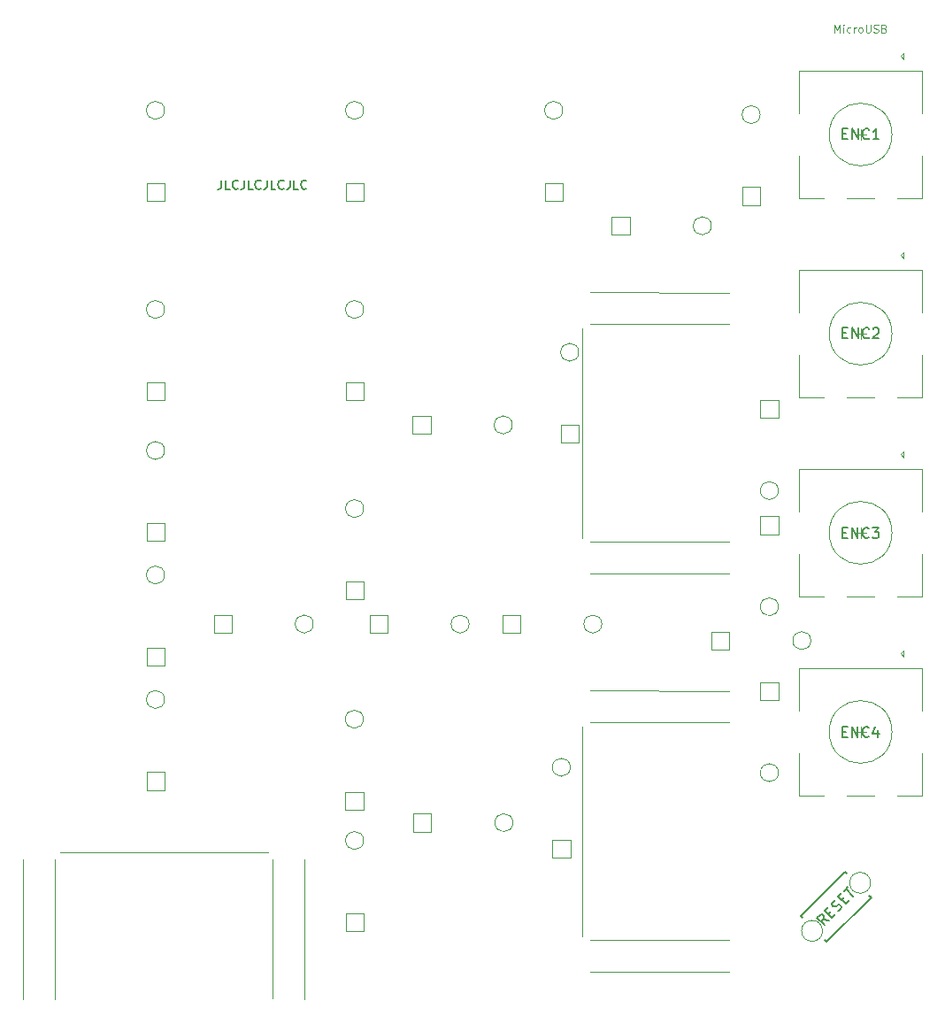
<source format=gto>
%TF.GenerationSoftware,KiCad,Pcbnew,(5.99.0-12610-g07e01e6297)*%
%TF.CreationDate,2021-10-01T22:53:11+01:00*%
%TF.ProjectId,Envoy,456e766f-792e-46b6-9963-61645f706362,rev?*%
%TF.SameCoordinates,Original*%
%TF.FileFunction,Legend,Top*%
%TF.FilePolarity,Positive*%
%FSLAX46Y46*%
G04 Gerber Fmt 4.6, Leading zero omitted, Abs format (unit mm)*
G04 Created by KiCad (PCBNEW (5.99.0-12610-g07e01e6297)) date 2021-10-01 22:53:11*
%MOMM*%
%LPD*%
G01*
G04 APERTURE LIST*
%ADD10C,0.150000*%
%ADD11C,0.120000*%
G04 APERTURE END LIST*
D10*
X124573809Y-59134523D02*
X124573809Y-59741666D01*
X124533333Y-59863095D01*
X124452380Y-59944047D01*
X124330952Y-59984523D01*
X124250000Y-59984523D01*
X125383333Y-59984523D02*
X124978571Y-59984523D01*
X124978571Y-59134523D01*
X126152380Y-59903571D02*
X126111904Y-59944047D01*
X125990476Y-59984523D01*
X125909523Y-59984523D01*
X125788095Y-59944047D01*
X125707142Y-59863095D01*
X125666666Y-59782142D01*
X125626190Y-59620238D01*
X125626190Y-59498809D01*
X125666666Y-59336904D01*
X125707142Y-59255952D01*
X125788095Y-59175000D01*
X125909523Y-59134523D01*
X125990476Y-59134523D01*
X126111904Y-59175000D01*
X126152380Y-59215476D01*
X126759523Y-59134523D02*
X126759523Y-59741666D01*
X126719047Y-59863095D01*
X126638095Y-59944047D01*
X126516666Y-59984523D01*
X126435714Y-59984523D01*
X127569047Y-59984523D02*
X127164285Y-59984523D01*
X127164285Y-59134523D01*
X128338095Y-59903571D02*
X128297619Y-59944047D01*
X128176190Y-59984523D01*
X128095238Y-59984523D01*
X127973809Y-59944047D01*
X127892857Y-59863095D01*
X127852380Y-59782142D01*
X127811904Y-59620238D01*
X127811904Y-59498809D01*
X127852380Y-59336904D01*
X127892857Y-59255952D01*
X127973809Y-59175000D01*
X128095238Y-59134523D01*
X128176190Y-59134523D01*
X128297619Y-59175000D01*
X128338095Y-59215476D01*
X128945238Y-59134523D02*
X128945238Y-59741666D01*
X128904761Y-59863095D01*
X128823809Y-59944047D01*
X128702380Y-59984523D01*
X128621428Y-59984523D01*
X129754761Y-59984523D02*
X129350000Y-59984523D01*
X129350000Y-59134523D01*
X130523809Y-59903571D02*
X130483333Y-59944047D01*
X130361904Y-59984523D01*
X130280952Y-59984523D01*
X130159523Y-59944047D01*
X130078571Y-59863095D01*
X130038095Y-59782142D01*
X129997619Y-59620238D01*
X129997619Y-59498809D01*
X130038095Y-59336904D01*
X130078571Y-59255952D01*
X130159523Y-59175000D01*
X130280952Y-59134523D01*
X130361904Y-59134523D01*
X130483333Y-59175000D01*
X130523809Y-59215476D01*
X131130952Y-59134523D02*
X131130952Y-59741666D01*
X131090476Y-59863095D01*
X131009523Y-59944047D01*
X130888095Y-59984523D01*
X130807142Y-59984523D01*
X131940476Y-59984523D02*
X131535714Y-59984523D01*
X131535714Y-59134523D01*
X132709523Y-59903571D02*
X132669047Y-59944047D01*
X132547619Y-59984523D01*
X132466666Y-59984523D01*
X132345238Y-59944047D01*
X132264285Y-59863095D01*
X132223809Y-59782142D01*
X132183333Y-59620238D01*
X132183333Y-59498809D01*
X132223809Y-59336904D01*
X132264285Y-59255952D01*
X132345238Y-59175000D01*
X132466666Y-59134523D01*
X132547619Y-59134523D01*
X132669047Y-59175000D01*
X132709523Y-59215476D01*
%TO.C,ENC3*%
X183991464Y-92860821D02*
X184324797Y-92860821D01*
X184467654Y-93384630D02*
X183991464Y-93384630D01*
X183991464Y-92384630D01*
X184467654Y-92384630D01*
X184896226Y-93384630D02*
X184896226Y-92384630D01*
X185467654Y-93384630D01*
X185467654Y-92384630D01*
X186515273Y-93289392D02*
X186467654Y-93337011D01*
X186324797Y-93384630D01*
X186229559Y-93384630D01*
X186086702Y-93337011D01*
X185991464Y-93241773D01*
X185943845Y-93146535D01*
X185896226Y-92956059D01*
X185896226Y-92813202D01*
X185943845Y-92622726D01*
X185991464Y-92527488D01*
X186086702Y-92432250D01*
X186229559Y-92384630D01*
X186324797Y-92384630D01*
X186467654Y-92432250D01*
X186515273Y-92479869D01*
X186848607Y-92384630D02*
X187467654Y-92384630D01*
X187134321Y-92765583D01*
X187277178Y-92765583D01*
X187372416Y-92813202D01*
X187420035Y-92860821D01*
X187467654Y-92956059D01*
X187467654Y-93194154D01*
X187420035Y-93289392D01*
X187372416Y-93337011D01*
X187277178Y-93384630D01*
X186991464Y-93384630D01*
X186896226Y-93337011D01*
X186848607Y-93289392D01*
%TO.C,ENC4*%
X183991464Y-111910821D02*
X184324797Y-111910821D01*
X184467654Y-112434630D02*
X183991464Y-112434630D01*
X183991464Y-111434630D01*
X184467654Y-111434630D01*
X184896226Y-112434630D02*
X184896226Y-111434630D01*
X185467654Y-112434630D01*
X185467654Y-111434630D01*
X186515273Y-112339392D02*
X186467654Y-112387011D01*
X186324797Y-112434630D01*
X186229559Y-112434630D01*
X186086702Y-112387011D01*
X185991464Y-112291773D01*
X185943845Y-112196535D01*
X185896226Y-112006059D01*
X185896226Y-111863202D01*
X185943845Y-111672726D01*
X185991464Y-111577488D01*
X186086702Y-111482250D01*
X186229559Y-111434630D01*
X186324797Y-111434630D01*
X186467654Y-111482250D01*
X186515273Y-111529869D01*
X187372416Y-111767964D02*
X187372416Y-112434630D01*
X187134321Y-111387011D02*
X186896226Y-112101297D01*
X187515273Y-112101297D01*
%TO.C,RESET1*%
X182680893Y-129997870D02*
X182108473Y-129896854D01*
X182276832Y-130401931D02*
X181569725Y-129694824D01*
X181839099Y-129425450D01*
X181940114Y-129391778D01*
X182007458Y-129391778D01*
X182108473Y-129425450D01*
X182209488Y-129526465D01*
X182243160Y-129627480D01*
X182243160Y-129694824D01*
X182209488Y-129795839D01*
X181940114Y-130065213D01*
X182613549Y-129324435D02*
X182849251Y-129088732D01*
X183320656Y-129358106D02*
X182983938Y-129694824D01*
X182276832Y-128987717D01*
X182613549Y-128651000D01*
X183556358Y-129055061D02*
X183691045Y-128987717D01*
X183859404Y-128819358D01*
X183893076Y-128718343D01*
X183893076Y-128651000D01*
X183859404Y-128549984D01*
X183792061Y-128482641D01*
X183691045Y-128448969D01*
X183623702Y-128448969D01*
X183522687Y-128482641D01*
X183354328Y-128583656D01*
X183253312Y-128617328D01*
X183185969Y-128617328D01*
X183084954Y-128583656D01*
X183017610Y-128516312D01*
X182983938Y-128415297D01*
X182983938Y-128347954D01*
X183017610Y-128246938D01*
X183185969Y-128078580D01*
X183320656Y-128011236D01*
X183926748Y-128011236D02*
X184162450Y-127775534D01*
X184633854Y-128044908D02*
X184297137Y-128381625D01*
X183590030Y-127674519D01*
X183926748Y-127337801D01*
X184128778Y-127135771D02*
X184532839Y-126731710D01*
X185037915Y-127640847D02*
X184330809Y-126933740D01*
D11*
%TO.C,U1*%
X183241071Y-45016285D02*
X183241071Y-44266285D01*
X183491071Y-44802000D01*
X183741071Y-44266285D01*
X183741071Y-45016285D01*
X184098214Y-45016285D02*
X184098214Y-44516285D01*
X184098214Y-44266285D02*
X184062500Y-44302000D01*
X184098214Y-44337714D01*
X184133928Y-44302000D01*
X184098214Y-44266285D01*
X184098214Y-44337714D01*
X184776785Y-44980571D02*
X184705357Y-45016285D01*
X184562500Y-45016285D01*
X184491071Y-44980571D01*
X184455357Y-44944857D01*
X184419642Y-44873428D01*
X184419642Y-44659142D01*
X184455357Y-44587714D01*
X184491071Y-44552000D01*
X184562500Y-44516285D01*
X184705357Y-44516285D01*
X184776785Y-44552000D01*
X185098214Y-45016285D02*
X185098214Y-44516285D01*
X185098214Y-44659142D02*
X185133928Y-44587714D01*
X185169642Y-44552000D01*
X185241071Y-44516285D01*
X185312500Y-44516285D01*
X185669642Y-45016285D02*
X185598214Y-44980571D01*
X185562500Y-44944857D01*
X185526785Y-44873428D01*
X185526785Y-44659142D01*
X185562500Y-44587714D01*
X185598214Y-44552000D01*
X185669642Y-44516285D01*
X185776785Y-44516285D01*
X185848214Y-44552000D01*
X185883928Y-44587714D01*
X185919642Y-44659142D01*
X185919642Y-44873428D01*
X185883928Y-44944857D01*
X185848214Y-44980571D01*
X185776785Y-45016285D01*
X185669642Y-45016285D01*
X186241071Y-44266285D02*
X186241071Y-44873428D01*
X186276785Y-44944857D01*
X186312500Y-44980571D01*
X186383928Y-45016285D01*
X186526785Y-45016285D01*
X186598214Y-44980571D01*
X186633928Y-44944857D01*
X186669642Y-44873428D01*
X186669642Y-44266285D01*
X186991071Y-44980571D02*
X187098214Y-45016285D01*
X187276785Y-45016285D01*
X187348214Y-44980571D01*
X187383928Y-44944857D01*
X187419642Y-44873428D01*
X187419642Y-44802000D01*
X187383928Y-44730571D01*
X187348214Y-44694857D01*
X187276785Y-44659142D01*
X187133928Y-44623428D01*
X187062500Y-44587714D01*
X187026785Y-44552000D01*
X186991071Y-44480571D01*
X186991071Y-44409142D01*
X187026785Y-44337714D01*
X187062500Y-44302000D01*
X187133928Y-44266285D01*
X187312500Y-44266285D01*
X187419642Y-44302000D01*
X187991071Y-44623428D02*
X188098214Y-44659142D01*
X188133928Y-44694857D01*
X188169642Y-44766285D01*
X188169642Y-44873428D01*
X188133928Y-44944857D01*
X188098214Y-44980571D01*
X188026785Y-45016285D01*
X187741071Y-45016285D01*
X187741071Y-44266285D01*
X187991071Y-44266285D01*
X188062500Y-44302000D01*
X188098214Y-44337714D01*
X188133928Y-44409142D01*
X188133928Y-44480571D01*
X188098214Y-44552000D01*
X188062500Y-44587714D01*
X187991071Y-44623428D01*
X187741071Y-44623428D01*
X183241071Y-45016285D02*
X183241071Y-44266285D01*
X183491071Y-44802000D01*
X183741071Y-44266285D01*
X183741071Y-45016285D01*
X184098214Y-45016285D02*
X184098214Y-44516285D01*
X184098214Y-44266285D02*
X184062500Y-44302000D01*
X184098214Y-44337714D01*
X184133928Y-44302000D01*
X184098214Y-44266285D01*
X184098214Y-44337714D01*
X184776785Y-44980571D02*
X184705357Y-45016285D01*
X184562500Y-45016285D01*
X184491071Y-44980571D01*
X184455357Y-44944857D01*
X184419642Y-44873428D01*
X184419642Y-44659142D01*
X184455357Y-44587714D01*
X184491071Y-44552000D01*
X184562500Y-44516285D01*
X184705357Y-44516285D01*
X184776785Y-44552000D01*
X185098214Y-45016285D02*
X185098214Y-44516285D01*
X185098214Y-44659142D02*
X185133928Y-44587714D01*
X185169642Y-44552000D01*
X185241071Y-44516285D01*
X185312500Y-44516285D01*
X185669642Y-45016285D02*
X185598214Y-44980571D01*
X185562500Y-44944857D01*
X185526785Y-44873428D01*
X185526785Y-44659142D01*
X185562500Y-44587714D01*
X185598214Y-44552000D01*
X185669642Y-44516285D01*
X185776785Y-44516285D01*
X185848214Y-44552000D01*
X185883928Y-44587714D01*
X185919642Y-44659142D01*
X185919642Y-44873428D01*
X185883928Y-44944857D01*
X185848214Y-44980571D01*
X185776785Y-45016285D01*
X185669642Y-45016285D01*
X186241071Y-44266285D02*
X186241071Y-44873428D01*
X186276785Y-44944857D01*
X186312500Y-44980571D01*
X186383928Y-45016285D01*
X186526785Y-45016285D01*
X186598214Y-44980571D01*
X186633928Y-44944857D01*
X186669642Y-44873428D01*
X186669642Y-44266285D01*
X186991071Y-44980571D02*
X187098214Y-45016285D01*
X187276785Y-45016285D01*
X187348214Y-44980571D01*
X187383928Y-44944857D01*
X187419642Y-44873428D01*
X187419642Y-44802000D01*
X187383928Y-44730571D01*
X187348214Y-44694857D01*
X187276785Y-44659142D01*
X187133928Y-44623428D01*
X187062500Y-44587714D01*
X187026785Y-44552000D01*
X186991071Y-44480571D01*
X186991071Y-44409142D01*
X187026785Y-44337714D01*
X187062500Y-44302000D01*
X187133928Y-44266285D01*
X187312500Y-44266285D01*
X187419642Y-44302000D01*
X187991071Y-44623428D02*
X188098214Y-44659142D01*
X188133928Y-44694857D01*
X188169642Y-44766285D01*
X188169642Y-44873428D01*
X188133928Y-44944857D01*
X188098214Y-44980571D01*
X188026785Y-45016285D01*
X187741071Y-45016285D01*
X187741071Y-44266285D01*
X187991071Y-44266285D01*
X188062500Y-44302000D01*
X188098214Y-44337714D01*
X188133928Y-44409142D01*
X188133928Y-44480571D01*
X188098214Y-44552000D01*
X188062500Y-44587714D01*
X187991071Y-44623428D01*
X187741071Y-44623428D01*
D10*
%TO.C,ENC1*%
X184023214Y-54697321D02*
X184356547Y-54697321D01*
X184499404Y-55221130D02*
X184023214Y-55221130D01*
X184023214Y-54221130D01*
X184499404Y-54221130D01*
X184927976Y-55221130D02*
X184927976Y-54221130D01*
X185499404Y-55221130D01*
X185499404Y-54221130D01*
X186547023Y-55125892D02*
X186499404Y-55173511D01*
X186356547Y-55221130D01*
X186261309Y-55221130D01*
X186118452Y-55173511D01*
X186023214Y-55078273D01*
X185975595Y-54983035D01*
X185927976Y-54792559D01*
X185927976Y-54649702D01*
X185975595Y-54459226D01*
X186023214Y-54363988D01*
X186118452Y-54268750D01*
X186261309Y-54221130D01*
X186356547Y-54221130D01*
X186499404Y-54268750D01*
X186547023Y-54316369D01*
X187499404Y-55221130D02*
X186927976Y-55221130D01*
X187213690Y-55221130D02*
X187213690Y-54221130D01*
X187118452Y-54363988D01*
X187023214Y-54459226D01*
X186927976Y-54506845D01*
%TO.C,ENC2*%
X184023214Y-73747321D02*
X184356547Y-73747321D01*
X184499404Y-74271130D02*
X184023214Y-74271130D01*
X184023214Y-73271130D01*
X184499404Y-73271130D01*
X184927976Y-74271130D02*
X184927976Y-73271130D01*
X185499404Y-74271130D01*
X185499404Y-73271130D01*
X186547023Y-74175892D02*
X186499404Y-74223511D01*
X186356547Y-74271130D01*
X186261309Y-74271130D01*
X186118452Y-74223511D01*
X186023214Y-74128273D01*
X185975595Y-74033035D01*
X185927976Y-73842559D01*
X185927976Y-73699702D01*
X185975595Y-73509226D01*
X186023214Y-73413988D01*
X186118452Y-73318750D01*
X186261309Y-73271130D01*
X186356547Y-73271130D01*
X186499404Y-73318750D01*
X186547023Y-73366369D01*
X186927976Y-73366369D02*
X186975595Y-73318750D01*
X187070833Y-73271130D01*
X187308928Y-73271130D01*
X187404166Y-73318750D01*
X187451785Y-73366369D01*
X187499404Y-73461607D01*
X187499404Y-73556845D01*
X187451785Y-73699702D01*
X186880357Y-74271130D01*
X187499404Y-74271130D01*
D11*
%TO.C,D1*%
X119128750Y-59396250D02*
X117408750Y-59396250D01*
X117408750Y-59396250D02*
X117408750Y-61116250D01*
X117408750Y-61116250D02*
X119128750Y-61116250D01*
X119128750Y-61116250D02*
X119128750Y-59396250D01*
X119133750Y-52456250D02*
G75*
G03*
X119133750Y-52456250I-865000J0D01*
G01*
%TO.C,D2*%
X138178750Y-59396250D02*
X136458750Y-59396250D01*
X136458750Y-59396250D02*
X136458750Y-61116250D01*
X136458750Y-61116250D02*
X138178750Y-61116250D01*
X138178750Y-61116250D02*
X138178750Y-59396250D01*
X138183750Y-52456250D02*
G75*
G03*
X138183750Y-52456250I-865000J0D01*
G01*
%TO.C,D3*%
X157228750Y-59396250D02*
X155508750Y-59396250D01*
X155508750Y-59396250D02*
X155508750Y-61116250D01*
X155508750Y-61116250D02*
X157228750Y-61116250D01*
X157228750Y-61116250D02*
X157228750Y-59396250D01*
X157233750Y-52456250D02*
G75*
G03*
X157233750Y-52456250I-865000J0D01*
G01*
%TO.C,D4*%
X163647500Y-64360000D02*
X161927500Y-64360000D01*
X161927500Y-64360000D02*
X161927500Y-62640000D01*
X161927500Y-62640000D02*
X163647500Y-62640000D01*
X163647500Y-62640000D02*
X163647500Y-64360000D01*
X171452500Y-63500000D02*
G75*
G03*
X171452500Y-63500000I-865000J0D01*
G01*
%TO.C,D5*%
X119128750Y-78446250D02*
X117408750Y-78446250D01*
X117408750Y-78446250D02*
X117408750Y-80166250D01*
X117408750Y-80166250D02*
X119128750Y-80166250D01*
X119128750Y-80166250D02*
X119128750Y-78446250D01*
X119133750Y-71506250D02*
G75*
G03*
X119133750Y-71506250I-865000J0D01*
G01*
%TO.C,D6*%
X138178750Y-78446250D02*
X136458750Y-78446250D01*
X136458750Y-78446250D02*
X136458750Y-80166250D01*
X136458750Y-80166250D02*
X138178750Y-80166250D01*
X138178750Y-80166250D02*
X138178750Y-78446250D01*
X138183750Y-71506250D02*
G75*
G03*
X138183750Y-71506250I-865000J0D01*
G01*
%TO.C,D7*%
X144597500Y-83410000D02*
X142877500Y-83410000D01*
X142877500Y-83410000D02*
X142877500Y-81690000D01*
X142877500Y-81690000D02*
X144597500Y-81690000D01*
X144597500Y-81690000D02*
X144597500Y-83410000D01*
X152402500Y-82550000D02*
G75*
G03*
X152402500Y-82550000I-865000J0D01*
G01*
%TO.C,D8*%
X158760000Y-82540000D02*
X157040000Y-82540000D01*
X157040000Y-82540000D02*
X157040000Y-84260000D01*
X157040000Y-84260000D02*
X158760000Y-84260000D01*
X158760000Y-84260000D02*
X158760000Y-82540000D01*
X158765000Y-75600000D02*
G75*
G03*
X158765000Y-75600000I-865000J0D01*
G01*
%TO.C,D9*%
X119128750Y-91940000D02*
X117408750Y-91940000D01*
X117408750Y-91940000D02*
X117408750Y-93660000D01*
X117408750Y-93660000D02*
X119128750Y-93660000D01*
X119128750Y-93660000D02*
X119128750Y-91940000D01*
X119133750Y-85000000D02*
G75*
G03*
X119133750Y-85000000I-865000J0D01*
G01*
%TO.C,D10*%
X138178750Y-97496250D02*
X136458750Y-97496250D01*
X136458750Y-97496250D02*
X136458750Y-99216250D01*
X136458750Y-99216250D02*
X138178750Y-99216250D01*
X138178750Y-99216250D02*
X138178750Y-97496250D01*
X138183750Y-90556250D02*
G75*
G03*
X138183750Y-90556250I-865000J0D01*
G01*
%TO.C,D11*%
X140470000Y-102460000D02*
X138750000Y-102460000D01*
X138750000Y-102460000D02*
X138750000Y-100740000D01*
X138750000Y-100740000D02*
X140470000Y-100740000D01*
X140470000Y-100740000D02*
X140470000Y-102460000D01*
X148275000Y-101600000D02*
G75*
G03*
X148275000Y-101600000I-865000J0D01*
G01*
%TO.C,D12*%
X153170000Y-102460000D02*
X151450000Y-102460000D01*
X151450000Y-102460000D02*
X151450000Y-100740000D01*
X151450000Y-100740000D02*
X153170000Y-100740000D01*
X153170000Y-100740000D02*
X153170000Y-102460000D01*
X160975000Y-101600000D02*
G75*
G03*
X160975000Y-101600000I-865000J0D01*
G01*
%TO.C,D15*%
X138160000Y-117640000D02*
X136440000Y-117640000D01*
X136440000Y-117640000D02*
X136440000Y-119360000D01*
X136440000Y-119360000D02*
X138160000Y-119360000D01*
X138160000Y-119360000D02*
X138160000Y-117640000D01*
X138165000Y-110700000D02*
G75*
G03*
X138165000Y-110700000I-865000J0D01*
G01*
%TO.C,D17*%
X119128750Y-115752500D02*
X117408750Y-115752500D01*
X117408750Y-115752500D02*
X117408750Y-117472500D01*
X117408750Y-117472500D02*
X119128750Y-117472500D01*
X119128750Y-117472500D02*
X119128750Y-115752500D01*
X119133750Y-108812500D02*
G75*
G03*
X119133750Y-108812500I-865000J0D01*
G01*
%TO.C,D18*%
X138178750Y-129246250D02*
X136458750Y-129246250D01*
X136458750Y-129246250D02*
X136458750Y-130966250D01*
X136458750Y-130966250D02*
X138178750Y-130966250D01*
X138178750Y-130966250D02*
X138178750Y-129246250D01*
X138183750Y-122306250D02*
G75*
G03*
X138183750Y-122306250I-865000J0D01*
G01*
%TO.C,D22*%
X176146250Y-81891250D02*
X177866250Y-81891250D01*
X177866250Y-81891250D02*
X177866250Y-80171250D01*
X177866250Y-80171250D02*
X176146250Y-80171250D01*
X176146250Y-80171250D02*
X176146250Y-81891250D01*
X177871250Y-88831250D02*
G75*
G03*
X177871250Y-88831250I-865000J0D01*
G01*
%TO.C,ENC3*%
X189537500Y-85368750D02*
X189837500Y-85068750D01*
X189837500Y-85068750D02*
X189837500Y-85668750D01*
X189837500Y-85668750D02*
X189537500Y-85368750D01*
X185737500Y-92368750D02*
X185737500Y-93368750D01*
X179837500Y-98968750D02*
X179837500Y-94868750D01*
X191637500Y-98968750D02*
X189237500Y-98968750D01*
X191637500Y-86768750D02*
X179837500Y-86768750D01*
X179837500Y-90868750D02*
X179837500Y-86768750D01*
X191637500Y-94868750D02*
X191637500Y-98968750D01*
X182237500Y-98968750D02*
X179837500Y-98968750D01*
X191637500Y-90868750D02*
X191637500Y-86768750D01*
X187037500Y-98968750D02*
X184437500Y-98968750D01*
X186237500Y-92868750D02*
X185237500Y-92868750D01*
X188737500Y-92868750D02*
G75*
G03*
X188737500Y-92868750I-3000000J0D01*
G01*
%TO.C,MX16-2u1*%
X173187500Y-111029750D02*
X159837500Y-111029750D01*
X173187500Y-131857750D02*
X159837500Y-131857750D01*
X173187500Y-134905750D02*
X159837500Y-134905750D01*
X173137500Y-107993750D02*
X159837500Y-107981750D01*
X159137500Y-111443750D02*
X159137500Y-131443750D01*
%TO.C,MX17-2u1*%
X129476500Y-124118750D02*
X129476500Y-137418750D01*
X132524500Y-124118750D02*
X132524500Y-137468750D01*
X105600500Y-124118750D02*
X105600500Y-137468750D01*
X108648500Y-124118750D02*
X108648500Y-137468750D01*
X109112500Y-123418750D02*
X129012500Y-123418750D01*
%TO.C,MX8-2u1*%
X173187500Y-93757750D02*
X159837500Y-93757750D01*
X173137500Y-69893750D02*
X159837500Y-69881750D01*
X159137500Y-73343750D02*
X159137500Y-93343750D01*
X173187500Y-96805750D02*
X159837500Y-96805750D01*
X173187500Y-72929750D02*
X159837500Y-72929750D01*
%TO.C,D13*%
X119128750Y-103846250D02*
X117408750Y-103846250D01*
X117408750Y-103846250D02*
X117408750Y-105566250D01*
X117408750Y-105566250D02*
X119128750Y-105566250D01*
X119128750Y-105566250D02*
X119128750Y-103846250D01*
X119133750Y-96906250D02*
G75*
G03*
X119133750Y-96906250I-865000J0D01*
G01*
%TO.C,D24*%
X176146250Y-108878750D02*
X177866250Y-108878750D01*
X177866250Y-108878750D02*
X177866250Y-107158750D01*
X177866250Y-107158750D02*
X176146250Y-107158750D01*
X176146250Y-107158750D02*
X176146250Y-108878750D01*
X177871250Y-115818750D02*
G75*
G03*
X177871250Y-115818750I-865000J0D01*
G01*
%TO.C,ENC4*%
X182237500Y-118018750D02*
X179837500Y-118018750D01*
X179837500Y-109918750D02*
X179837500Y-105818750D01*
X186237500Y-111918750D02*
X185237500Y-111918750D01*
X189537500Y-104418750D02*
X189837500Y-104118750D01*
X179837500Y-118018750D02*
X179837500Y-113918750D01*
X191637500Y-109918750D02*
X191637500Y-105818750D01*
X191637500Y-118018750D02*
X189237500Y-118018750D01*
X191637500Y-113918750D02*
X191637500Y-118018750D01*
X191637500Y-105818750D02*
X179837500Y-105818750D01*
X185737500Y-111418750D02*
X185737500Y-112418750D01*
X189837500Y-104118750D02*
X189837500Y-104718750D01*
X187037500Y-118018750D02*
X184437500Y-118018750D01*
X189837500Y-104718750D02*
X189537500Y-104418750D01*
X188737500Y-111918750D02*
G75*
G03*
X188737500Y-111918750I-3000000J0D01*
G01*
%TO.C,D21*%
X176120000Y-59809000D02*
X174400000Y-59809000D01*
X174400000Y-59809000D02*
X174400000Y-61529000D01*
X174400000Y-61529000D02*
X176120000Y-61529000D01*
X176120000Y-61529000D02*
X176120000Y-59809000D01*
X176125000Y-52869000D02*
G75*
G03*
X176125000Y-52869000I-865000J0D01*
G01*
%TO.C,D23*%
X176146250Y-93003750D02*
X177866250Y-93003750D01*
X177866250Y-93003750D02*
X177866250Y-91283750D01*
X177866250Y-91283750D02*
X176146250Y-91283750D01*
X176146250Y-91283750D02*
X176146250Y-93003750D01*
X177871250Y-99943750D02*
G75*
G03*
X177871250Y-99943750I-865000J0D01*
G01*
D10*
%TO.C,RESET1*%
X186746757Y-127767117D02*
X186569981Y-127590340D01*
X182504117Y-132009757D02*
X186746757Y-127767117D01*
X180029243Y-129534883D02*
X184271883Y-125292243D01*
X182504117Y-132009757D02*
X182327340Y-131832981D01*
X180029243Y-129534883D02*
X180206019Y-129711660D01*
X184271883Y-125292243D02*
X184448660Y-125469019D01*
D11*
X182089903Y-130949097D02*
G75*
G03*
X182089903Y-130949097I-1000000J0D01*
G01*
X186686097Y-126352903D02*
G75*
G03*
X186686097Y-126352903I-1000000J0D01*
G01*
%TO.C,D14*%
X125560000Y-102460000D02*
X123840000Y-102460000D01*
X123840000Y-102460000D02*
X123840000Y-100740000D01*
X123840000Y-100740000D02*
X125560000Y-100740000D01*
X125560000Y-100740000D02*
X125560000Y-102460000D01*
X133365000Y-101600000D02*
G75*
G03*
X133365000Y-101600000I-865000J0D01*
G01*
%TO.C,ENC1*%
X189837500Y-46968750D02*
X189837500Y-47568750D01*
X189837500Y-47568750D02*
X189537500Y-47268750D01*
X186237500Y-54768750D02*
X185237500Y-54768750D01*
X187037500Y-60868750D02*
X184437500Y-60868750D01*
X179837500Y-52768750D02*
X179837500Y-48668750D01*
X191637500Y-52768750D02*
X191637500Y-48668750D01*
X191637500Y-48668750D02*
X179837500Y-48668750D01*
X191637500Y-60868750D02*
X189237500Y-60868750D01*
X189537500Y-47268750D02*
X189837500Y-46968750D01*
X179837500Y-60868750D02*
X179837500Y-56768750D01*
X185737500Y-54268750D02*
X185737500Y-55268750D01*
X182237500Y-60868750D02*
X179837500Y-60868750D01*
X191637500Y-56768750D02*
X191637500Y-60868750D01*
X188737500Y-54768750D02*
G75*
G03*
X188737500Y-54768750I-3000000J0D01*
G01*
%TO.C,D20*%
X157960000Y-122240000D02*
X156240000Y-122240000D01*
X156240000Y-122240000D02*
X156240000Y-123960000D01*
X156240000Y-123960000D02*
X157960000Y-123960000D01*
X157960000Y-123960000D02*
X157960000Y-122240000D01*
X157965000Y-115300000D02*
G75*
G03*
X157965000Y-115300000I-865000J0D01*
G01*
%TO.C,D19*%
X144660000Y-121460000D02*
X142940000Y-121460000D01*
X142940000Y-121460000D02*
X142940000Y-119740000D01*
X142940000Y-119740000D02*
X144660000Y-119740000D01*
X144660000Y-119740000D02*
X144660000Y-121460000D01*
X152465000Y-120600000D02*
G75*
G03*
X152465000Y-120600000I-865000J0D01*
G01*
%TO.C,D16*%
X173172500Y-104047500D02*
X171452500Y-104047500D01*
X171452500Y-104047500D02*
X171452500Y-102327500D01*
X171452500Y-102327500D02*
X173172500Y-102327500D01*
X173172500Y-102327500D02*
X173172500Y-104047500D01*
X180977500Y-103187500D02*
G75*
G03*
X180977500Y-103187500I-865000J0D01*
G01*
%TO.C,ENC2*%
X185737500Y-73318750D02*
X185737500Y-74318750D01*
X191637500Y-79918750D02*
X189237500Y-79918750D01*
X187037500Y-79918750D02*
X184437500Y-79918750D01*
X191637500Y-71818750D02*
X191637500Y-67718750D01*
X189837500Y-66018750D02*
X189837500Y-66618750D01*
X186237500Y-73818750D02*
X185237500Y-73818750D01*
X179837500Y-71818750D02*
X179837500Y-67718750D01*
X182237500Y-79918750D02*
X179837500Y-79918750D01*
X189837500Y-66618750D02*
X189537500Y-66318750D01*
X191637500Y-67718750D02*
X179837500Y-67718750D01*
X191637500Y-75818750D02*
X191637500Y-79918750D01*
X179837500Y-79918750D02*
X179837500Y-75818750D01*
X189537500Y-66318750D02*
X189837500Y-66018750D01*
X188737500Y-73818750D02*
G75*
G03*
X188737500Y-73818750I-3000000J0D01*
G01*
%TD*%
M02*

</source>
